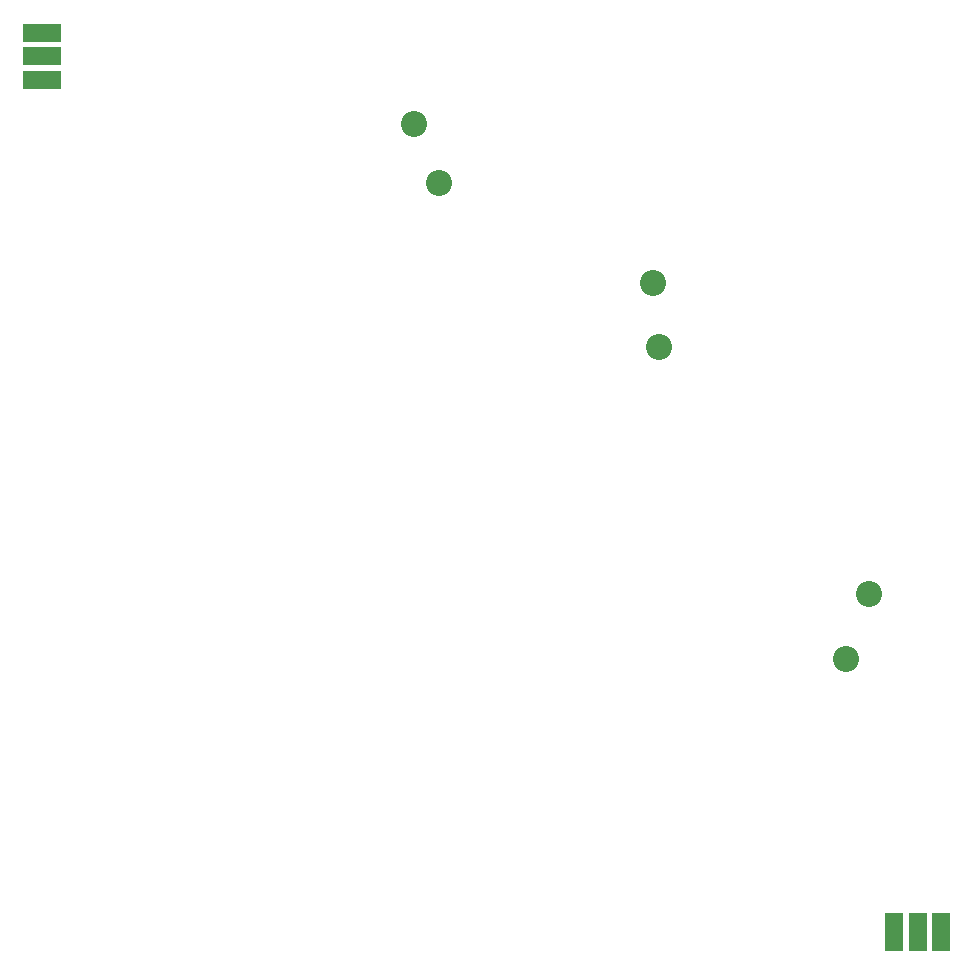
<source format=gbr>
G04 EAGLE Gerber RS-274X export*
G75*
%MOMM*%
%FSLAX34Y34*%
%LPD*%
%INSoldermask Bottom*%
%IPPOS*%
%AMOC8*
5,1,8,0,0,1.08239X$1,22.5*%
G01*
%ADD10R,3.203200X1.603200*%
%ADD11R,1.603200X3.203200*%
%ADD12C,2.203200*%


D10*
X15000Y736250D03*
X15000Y776250D03*
X15000Y756250D03*
D11*
X776250Y15000D03*
X736250Y15000D03*
X756250Y15000D03*
D12*
X351000Y649000D03*
X330000Y699000D03*
X537000Y510000D03*
X532000Y564000D03*
X696000Y246000D03*
X715000Y301000D03*
M02*

</source>
